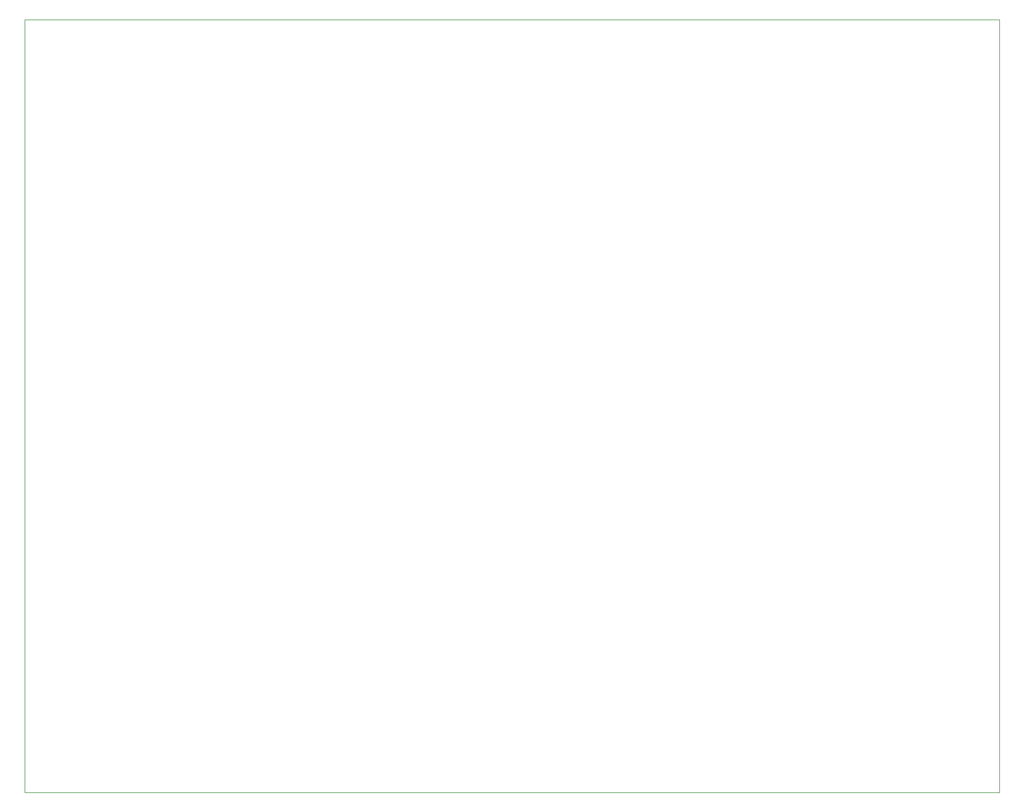
<source format=gm1>
G04 #@! TF.GenerationSoftware,KiCad,Pcbnew,(5.1.4)-1*
G04 #@! TF.CreationDate,2020-01-12T22:13:26+01:00*
G04 #@! TF.ProjectId,Project2.1,50726f6a-6563-4743-922e-312e6b696361,1.0*
G04 #@! TF.SameCoordinates,Original*
G04 #@! TF.FileFunction,Profile,NP*
%FSLAX46Y46*%
G04 Gerber Fmt 4.6, Leading zero omitted, Abs format (unit mm)*
G04 Created by KiCad (PCBNEW (5.1.4)-1) date 2020-01-12 22:13:26*
%MOMM*%
%LPD*%
G04 APERTURE LIST*
%ADD10C,0.100000*%
G04 APERTURE END LIST*
D10*
X205740000Y-153416000D02*
X205740000Y-36576000D01*
X58420000Y-153416000D02*
X205740000Y-153416000D01*
X58420000Y-36576000D02*
X58420000Y-153416000D01*
X205740000Y-36576000D02*
X58420000Y-36576000D01*
M02*

</source>
